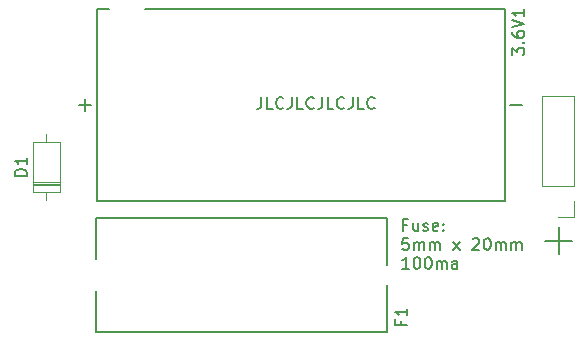
<source format=gbr>
%TF.GenerationSoftware,KiCad,Pcbnew,7.0.7*%
%TF.CreationDate,2023-11-25T00:13:17-06:00*%
%TF.ProjectId,Half AA Lithium Battery Board,48616c66-2041-4412-904c-69746869756d,rev?*%
%TF.SameCoordinates,Original*%
%TF.FileFunction,Legend,Top*%
%TF.FilePolarity,Positive*%
%FSLAX46Y46*%
G04 Gerber Fmt 4.6, Leading zero omitted, Abs format (unit mm)*
G04 Created by KiCad (PCBNEW 7.0.7) date 2023-11-25 00:13:17*
%MOMM*%
%LPD*%
G01*
G04 APERTURE LIST*
%ADD10C,0.200000*%
%ADD11C,0.150000*%
%ADD12C,0.120000*%
%ADD13C,0.152400*%
%ADD14C,0.127000*%
G04 APERTURE END LIST*
D10*
X190710863Y-96269600D02*
X192996578Y-96269600D01*
X191853720Y-97412457D02*
X191853720Y-95126742D01*
D11*
X166672493Y-84129819D02*
X166672493Y-84844104D01*
X166672493Y-84844104D02*
X166624874Y-84986961D01*
X166624874Y-84986961D02*
X166529636Y-85082200D01*
X166529636Y-85082200D02*
X166386779Y-85129819D01*
X166386779Y-85129819D02*
X166291541Y-85129819D01*
X167624874Y-85129819D02*
X167148684Y-85129819D01*
X167148684Y-85129819D02*
X167148684Y-84129819D01*
X168529636Y-85034580D02*
X168482017Y-85082200D01*
X168482017Y-85082200D02*
X168339160Y-85129819D01*
X168339160Y-85129819D02*
X168243922Y-85129819D01*
X168243922Y-85129819D02*
X168101065Y-85082200D01*
X168101065Y-85082200D02*
X168005827Y-84986961D01*
X168005827Y-84986961D02*
X167958208Y-84891723D01*
X167958208Y-84891723D02*
X167910589Y-84701247D01*
X167910589Y-84701247D02*
X167910589Y-84558390D01*
X167910589Y-84558390D02*
X167958208Y-84367914D01*
X167958208Y-84367914D02*
X168005827Y-84272676D01*
X168005827Y-84272676D02*
X168101065Y-84177438D01*
X168101065Y-84177438D02*
X168243922Y-84129819D01*
X168243922Y-84129819D02*
X168339160Y-84129819D01*
X168339160Y-84129819D02*
X168482017Y-84177438D01*
X168482017Y-84177438D02*
X168529636Y-84225057D01*
X169243922Y-84129819D02*
X169243922Y-84844104D01*
X169243922Y-84844104D02*
X169196303Y-84986961D01*
X169196303Y-84986961D02*
X169101065Y-85082200D01*
X169101065Y-85082200D02*
X168958208Y-85129819D01*
X168958208Y-85129819D02*
X168862970Y-85129819D01*
X170196303Y-85129819D02*
X169720113Y-85129819D01*
X169720113Y-85129819D02*
X169720113Y-84129819D01*
X171101065Y-85034580D02*
X171053446Y-85082200D01*
X171053446Y-85082200D02*
X170910589Y-85129819D01*
X170910589Y-85129819D02*
X170815351Y-85129819D01*
X170815351Y-85129819D02*
X170672494Y-85082200D01*
X170672494Y-85082200D02*
X170577256Y-84986961D01*
X170577256Y-84986961D02*
X170529637Y-84891723D01*
X170529637Y-84891723D02*
X170482018Y-84701247D01*
X170482018Y-84701247D02*
X170482018Y-84558390D01*
X170482018Y-84558390D02*
X170529637Y-84367914D01*
X170529637Y-84367914D02*
X170577256Y-84272676D01*
X170577256Y-84272676D02*
X170672494Y-84177438D01*
X170672494Y-84177438D02*
X170815351Y-84129819D01*
X170815351Y-84129819D02*
X170910589Y-84129819D01*
X170910589Y-84129819D02*
X171053446Y-84177438D01*
X171053446Y-84177438D02*
X171101065Y-84225057D01*
X171815351Y-84129819D02*
X171815351Y-84844104D01*
X171815351Y-84844104D02*
X171767732Y-84986961D01*
X171767732Y-84986961D02*
X171672494Y-85082200D01*
X171672494Y-85082200D02*
X171529637Y-85129819D01*
X171529637Y-85129819D02*
X171434399Y-85129819D01*
X172767732Y-85129819D02*
X172291542Y-85129819D01*
X172291542Y-85129819D02*
X172291542Y-84129819D01*
X173672494Y-85034580D02*
X173624875Y-85082200D01*
X173624875Y-85082200D02*
X173482018Y-85129819D01*
X173482018Y-85129819D02*
X173386780Y-85129819D01*
X173386780Y-85129819D02*
X173243923Y-85082200D01*
X173243923Y-85082200D02*
X173148685Y-84986961D01*
X173148685Y-84986961D02*
X173101066Y-84891723D01*
X173101066Y-84891723D02*
X173053447Y-84701247D01*
X173053447Y-84701247D02*
X173053447Y-84558390D01*
X173053447Y-84558390D02*
X173101066Y-84367914D01*
X173101066Y-84367914D02*
X173148685Y-84272676D01*
X173148685Y-84272676D02*
X173243923Y-84177438D01*
X173243923Y-84177438D02*
X173386780Y-84129819D01*
X173386780Y-84129819D02*
X173482018Y-84129819D01*
X173482018Y-84129819D02*
X173624875Y-84177438D01*
X173624875Y-84177438D02*
X173672494Y-84225057D01*
X174386780Y-84129819D02*
X174386780Y-84844104D01*
X174386780Y-84844104D02*
X174339161Y-84986961D01*
X174339161Y-84986961D02*
X174243923Y-85082200D01*
X174243923Y-85082200D02*
X174101066Y-85129819D01*
X174101066Y-85129819D02*
X174005828Y-85129819D01*
X175339161Y-85129819D02*
X174862971Y-85129819D01*
X174862971Y-85129819D02*
X174862971Y-84129819D01*
X176243923Y-85034580D02*
X176196304Y-85082200D01*
X176196304Y-85082200D02*
X176053447Y-85129819D01*
X176053447Y-85129819D02*
X175958209Y-85129819D01*
X175958209Y-85129819D02*
X175815352Y-85082200D01*
X175815352Y-85082200D02*
X175720114Y-84986961D01*
X175720114Y-84986961D02*
X175672495Y-84891723D01*
X175672495Y-84891723D02*
X175624876Y-84701247D01*
X175624876Y-84701247D02*
X175624876Y-84558390D01*
X175624876Y-84558390D02*
X175672495Y-84367914D01*
X175672495Y-84367914D02*
X175720114Y-84272676D01*
X175720114Y-84272676D02*
X175815352Y-84177438D01*
X175815352Y-84177438D02*
X175958209Y-84129819D01*
X175958209Y-84129819D02*
X176053447Y-84129819D01*
X176053447Y-84129819D02*
X176196304Y-84177438D01*
X176196304Y-84177438D02*
X176243923Y-84225057D01*
X178978112Y-94932009D02*
X178644779Y-94932009D01*
X178644779Y-95455819D02*
X178644779Y-94455819D01*
X178644779Y-94455819D02*
X179120969Y-94455819D01*
X179930493Y-94789152D02*
X179930493Y-95455819D01*
X179501922Y-94789152D02*
X179501922Y-95312961D01*
X179501922Y-95312961D02*
X179549541Y-95408200D01*
X179549541Y-95408200D02*
X179644779Y-95455819D01*
X179644779Y-95455819D02*
X179787636Y-95455819D01*
X179787636Y-95455819D02*
X179882874Y-95408200D01*
X179882874Y-95408200D02*
X179930493Y-95360580D01*
X180359065Y-95408200D02*
X180454303Y-95455819D01*
X180454303Y-95455819D02*
X180644779Y-95455819D01*
X180644779Y-95455819D02*
X180740017Y-95408200D01*
X180740017Y-95408200D02*
X180787636Y-95312961D01*
X180787636Y-95312961D02*
X180787636Y-95265342D01*
X180787636Y-95265342D02*
X180740017Y-95170104D01*
X180740017Y-95170104D02*
X180644779Y-95122485D01*
X180644779Y-95122485D02*
X180501922Y-95122485D01*
X180501922Y-95122485D02*
X180406684Y-95074866D01*
X180406684Y-95074866D02*
X180359065Y-94979628D01*
X180359065Y-94979628D02*
X180359065Y-94932009D01*
X180359065Y-94932009D02*
X180406684Y-94836771D01*
X180406684Y-94836771D02*
X180501922Y-94789152D01*
X180501922Y-94789152D02*
X180644779Y-94789152D01*
X180644779Y-94789152D02*
X180740017Y-94836771D01*
X181597160Y-95408200D02*
X181501922Y-95455819D01*
X181501922Y-95455819D02*
X181311446Y-95455819D01*
X181311446Y-95455819D02*
X181216208Y-95408200D01*
X181216208Y-95408200D02*
X181168589Y-95312961D01*
X181168589Y-95312961D02*
X181168589Y-94932009D01*
X181168589Y-94932009D02*
X181216208Y-94836771D01*
X181216208Y-94836771D02*
X181311446Y-94789152D01*
X181311446Y-94789152D02*
X181501922Y-94789152D01*
X181501922Y-94789152D02*
X181597160Y-94836771D01*
X181597160Y-94836771D02*
X181644779Y-94932009D01*
X181644779Y-94932009D02*
X181644779Y-95027247D01*
X181644779Y-95027247D02*
X181168589Y-95122485D01*
X182073351Y-95360580D02*
X182120970Y-95408200D01*
X182120970Y-95408200D02*
X182073351Y-95455819D01*
X182073351Y-95455819D02*
X182025732Y-95408200D01*
X182025732Y-95408200D02*
X182073351Y-95360580D01*
X182073351Y-95360580D02*
X182073351Y-95455819D01*
X182073351Y-94836771D02*
X182120970Y-94884390D01*
X182120970Y-94884390D02*
X182073351Y-94932009D01*
X182073351Y-94932009D02*
X182025732Y-94884390D01*
X182025732Y-94884390D02*
X182073351Y-94836771D01*
X182073351Y-94836771D02*
X182073351Y-94932009D01*
X179120969Y-96065819D02*
X178644779Y-96065819D01*
X178644779Y-96065819D02*
X178597160Y-96542009D01*
X178597160Y-96542009D02*
X178644779Y-96494390D01*
X178644779Y-96494390D02*
X178740017Y-96446771D01*
X178740017Y-96446771D02*
X178978112Y-96446771D01*
X178978112Y-96446771D02*
X179073350Y-96494390D01*
X179073350Y-96494390D02*
X179120969Y-96542009D01*
X179120969Y-96542009D02*
X179168588Y-96637247D01*
X179168588Y-96637247D02*
X179168588Y-96875342D01*
X179168588Y-96875342D02*
X179120969Y-96970580D01*
X179120969Y-96970580D02*
X179073350Y-97018200D01*
X179073350Y-97018200D02*
X178978112Y-97065819D01*
X178978112Y-97065819D02*
X178740017Y-97065819D01*
X178740017Y-97065819D02*
X178644779Y-97018200D01*
X178644779Y-97018200D02*
X178597160Y-96970580D01*
X179597160Y-97065819D02*
X179597160Y-96399152D01*
X179597160Y-96494390D02*
X179644779Y-96446771D01*
X179644779Y-96446771D02*
X179740017Y-96399152D01*
X179740017Y-96399152D02*
X179882874Y-96399152D01*
X179882874Y-96399152D02*
X179978112Y-96446771D01*
X179978112Y-96446771D02*
X180025731Y-96542009D01*
X180025731Y-96542009D02*
X180025731Y-97065819D01*
X180025731Y-96542009D02*
X180073350Y-96446771D01*
X180073350Y-96446771D02*
X180168588Y-96399152D01*
X180168588Y-96399152D02*
X180311445Y-96399152D01*
X180311445Y-96399152D02*
X180406684Y-96446771D01*
X180406684Y-96446771D02*
X180454303Y-96542009D01*
X180454303Y-96542009D02*
X180454303Y-97065819D01*
X180930493Y-97065819D02*
X180930493Y-96399152D01*
X180930493Y-96494390D02*
X180978112Y-96446771D01*
X180978112Y-96446771D02*
X181073350Y-96399152D01*
X181073350Y-96399152D02*
X181216207Y-96399152D01*
X181216207Y-96399152D02*
X181311445Y-96446771D01*
X181311445Y-96446771D02*
X181359064Y-96542009D01*
X181359064Y-96542009D02*
X181359064Y-97065819D01*
X181359064Y-96542009D02*
X181406683Y-96446771D01*
X181406683Y-96446771D02*
X181501921Y-96399152D01*
X181501921Y-96399152D02*
X181644778Y-96399152D01*
X181644778Y-96399152D02*
X181740017Y-96446771D01*
X181740017Y-96446771D02*
X181787636Y-96542009D01*
X181787636Y-96542009D02*
X181787636Y-97065819D01*
X182930493Y-97065819D02*
X183454302Y-96399152D01*
X182930493Y-96399152D02*
X183454302Y-97065819D01*
X184549541Y-96161057D02*
X184597160Y-96113438D01*
X184597160Y-96113438D02*
X184692398Y-96065819D01*
X184692398Y-96065819D02*
X184930493Y-96065819D01*
X184930493Y-96065819D02*
X185025731Y-96113438D01*
X185025731Y-96113438D02*
X185073350Y-96161057D01*
X185073350Y-96161057D02*
X185120969Y-96256295D01*
X185120969Y-96256295D02*
X185120969Y-96351533D01*
X185120969Y-96351533D02*
X185073350Y-96494390D01*
X185073350Y-96494390D02*
X184501922Y-97065819D01*
X184501922Y-97065819D02*
X185120969Y-97065819D01*
X185740017Y-96065819D02*
X185835255Y-96065819D01*
X185835255Y-96065819D02*
X185930493Y-96113438D01*
X185930493Y-96113438D02*
X185978112Y-96161057D01*
X185978112Y-96161057D02*
X186025731Y-96256295D01*
X186025731Y-96256295D02*
X186073350Y-96446771D01*
X186073350Y-96446771D02*
X186073350Y-96684866D01*
X186073350Y-96684866D02*
X186025731Y-96875342D01*
X186025731Y-96875342D02*
X185978112Y-96970580D01*
X185978112Y-96970580D02*
X185930493Y-97018200D01*
X185930493Y-97018200D02*
X185835255Y-97065819D01*
X185835255Y-97065819D02*
X185740017Y-97065819D01*
X185740017Y-97065819D02*
X185644779Y-97018200D01*
X185644779Y-97018200D02*
X185597160Y-96970580D01*
X185597160Y-96970580D02*
X185549541Y-96875342D01*
X185549541Y-96875342D02*
X185501922Y-96684866D01*
X185501922Y-96684866D02*
X185501922Y-96446771D01*
X185501922Y-96446771D02*
X185549541Y-96256295D01*
X185549541Y-96256295D02*
X185597160Y-96161057D01*
X185597160Y-96161057D02*
X185644779Y-96113438D01*
X185644779Y-96113438D02*
X185740017Y-96065819D01*
X186501922Y-97065819D02*
X186501922Y-96399152D01*
X186501922Y-96494390D02*
X186549541Y-96446771D01*
X186549541Y-96446771D02*
X186644779Y-96399152D01*
X186644779Y-96399152D02*
X186787636Y-96399152D01*
X186787636Y-96399152D02*
X186882874Y-96446771D01*
X186882874Y-96446771D02*
X186930493Y-96542009D01*
X186930493Y-96542009D02*
X186930493Y-97065819D01*
X186930493Y-96542009D02*
X186978112Y-96446771D01*
X186978112Y-96446771D02*
X187073350Y-96399152D01*
X187073350Y-96399152D02*
X187216207Y-96399152D01*
X187216207Y-96399152D02*
X187311446Y-96446771D01*
X187311446Y-96446771D02*
X187359065Y-96542009D01*
X187359065Y-96542009D02*
X187359065Y-97065819D01*
X187835255Y-97065819D02*
X187835255Y-96399152D01*
X187835255Y-96494390D02*
X187882874Y-96446771D01*
X187882874Y-96446771D02*
X187978112Y-96399152D01*
X187978112Y-96399152D02*
X188120969Y-96399152D01*
X188120969Y-96399152D02*
X188216207Y-96446771D01*
X188216207Y-96446771D02*
X188263826Y-96542009D01*
X188263826Y-96542009D02*
X188263826Y-97065819D01*
X188263826Y-96542009D02*
X188311445Y-96446771D01*
X188311445Y-96446771D02*
X188406683Y-96399152D01*
X188406683Y-96399152D02*
X188549540Y-96399152D01*
X188549540Y-96399152D02*
X188644779Y-96446771D01*
X188644779Y-96446771D02*
X188692398Y-96542009D01*
X188692398Y-96542009D02*
X188692398Y-97065819D01*
X179168588Y-98675819D02*
X178597160Y-98675819D01*
X178882874Y-98675819D02*
X178882874Y-97675819D01*
X178882874Y-97675819D02*
X178787636Y-97818676D01*
X178787636Y-97818676D02*
X178692398Y-97913914D01*
X178692398Y-97913914D02*
X178597160Y-97961533D01*
X179787636Y-97675819D02*
X179882874Y-97675819D01*
X179882874Y-97675819D02*
X179978112Y-97723438D01*
X179978112Y-97723438D02*
X180025731Y-97771057D01*
X180025731Y-97771057D02*
X180073350Y-97866295D01*
X180073350Y-97866295D02*
X180120969Y-98056771D01*
X180120969Y-98056771D02*
X180120969Y-98294866D01*
X180120969Y-98294866D02*
X180073350Y-98485342D01*
X180073350Y-98485342D02*
X180025731Y-98580580D01*
X180025731Y-98580580D02*
X179978112Y-98628200D01*
X179978112Y-98628200D02*
X179882874Y-98675819D01*
X179882874Y-98675819D02*
X179787636Y-98675819D01*
X179787636Y-98675819D02*
X179692398Y-98628200D01*
X179692398Y-98628200D02*
X179644779Y-98580580D01*
X179644779Y-98580580D02*
X179597160Y-98485342D01*
X179597160Y-98485342D02*
X179549541Y-98294866D01*
X179549541Y-98294866D02*
X179549541Y-98056771D01*
X179549541Y-98056771D02*
X179597160Y-97866295D01*
X179597160Y-97866295D02*
X179644779Y-97771057D01*
X179644779Y-97771057D02*
X179692398Y-97723438D01*
X179692398Y-97723438D02*
X179787636Y-97675819D01*
X180740017Y-97675819D02*
X180835255Y-97675819D01*
X180835255Y-97675819D02*
X180930493Y-97723438D01*
X180930493Y-97723438D02*
X180978112Y-97771057D01*
X180978112Y-97771057D02*
X181025731Y-97866295D01*
X181025731Y-97866295D02*
X181073350Y-98056771D01*
X181073350Y-98056771D02*
X181073350Y-98294866D01*
X181073350Y-98294866D02*
X181025731Y-98485342D01*
X181025731Y-98485342D02*
X180978112Y-98580580D01*
X180978112Y-98580580D02*
X180930493Y-98628200D01*
X180930493Y-98628200D02*
X180835255Y-98675819D01*
X180835255Y-98675819D02*
X180740017Y-98675819D01*
X180740017Y-98675819D02*
X180644779Y-98628200D01*
X180644779Y-98628200D02*
X180597160Y-98580580D01*
X180597160Y-98580580D02*
X180549541Y-98485342D01*
X180549541Y-98485342D02*
X180501922Y-98294866D01*
X180501922Y-98294866D02*
X180501922Y-98056771D01*
X180501922Y-98056771D02*
X180549541Y-97866295D01*
X180549541Y-97866295D02*
X180597160Y-97771057D01*
X180597160Y-97771057D02*
X180644779Y-97723438D01*
X180644779Y-97723438D02*
X180740017Y-97675819D01*
X181501922Y-98675819D02*
X181501922Y-98009152D01*
X181501922Y-98104390D02*
X181549541Y-98056771D01*
X181549541Y-98056771D02*
X181644779Y-98009152D01*
X181644779Y-98009152D02*
X181787636Y-98009152D01*
X181787636Y-98009152D02*
X181882874Y-98056771D01*
X181882874Y-98056771D02*
X181930493Y-98152009D01*
X181930493Y-98152009D02*
X181930493Y-98675819D01*
X181930493Y-98152009D02*
X181978112Y-98056771D01*
X181978112Y-98056771D02*
X182073350Y-98009152D01*
X182073350Y-98009152D02*
X182216207Y-98009152D01*
X182216207Y-98009152D02*
X182311446Y-98056771D01*
X182311446Y-98056771D02*
X182359065Y-98152009D01*
X182359065Y-98152009D02*
X182359065Y-98675819D01*
X183263826Y-98675819D02*
X183263826Y-98152009D01*
X183263826Y-98152009D02*
X183216207Y-98056771D01*
X183216207Y-98056771D02*
X183120969Y-98009152D01*
X183120969Y-98009152D02*
X182930493Y-98009152D01*
X182930493Y-98009152D02*
X182835255Y-98056771D01*
X183263826Y-98628200D02*
X183168588Y-98675819D01*
X183168588Y-98675819D02*
X182930493Y-98675819D01*
X182930493Y-98675819D02*
X182835255Y-98628200D01*
X182835255Y-98628200D02*
X182787636Y-98532961D01*
X182787636Y-98532961D02*
X182787636Y-98437723D01*
X182787636Y-98437723D02*
X182835255Y-98342485D01*
X182835255Y-98342485D02*
X182930493Y-98294866D01*
X182930493Y-98294866D02*
X183168588Y-98294866D01*
X183168588Y-98294866D02*
X183263826Y-98247247D01*
X146797819Y-90781094D02*
X145797819Y-90781094D01*
X145797819Y-90781094D02*
X145797819Y-90542999D01*
X145797819Y-90542999D02*
X145845438Y-90400142D01*
X145845438Y-90400142D02*
X145940676Y-90304904D01*
X145940676Y-90304904D02*
X146035914Y-90257285D01*
X146035914Y-90257285D02*
X146226390Y-90209666D01*
X146226390Y-90209666D02*
X146369247Y-90209666D01*
X146369247Y-90209666D02*
X146559723Y-90257285D01*
X146559723Y-90257285D02*
X146654961Y-90304904D01*
X146654961Y-90304904D02*
X146750200Y-90400142D01*
X146750200Y-90400142D02*
X146797819Y-90542999D01*
X146797819Y-90542999D02*
X146797819Y-90781094D01*
X146797819Y-89257285D02*
X146797819Y-89828713D01*
X146797819Y-89542999D02*
X145797819Y-89542999D01*
X145797819Y-89542999D02*
X145940676Y-89638237D01*
X145940676Y-89638237D02*
X146035914Y-89733475D01*
X146035914Y-89733475D02*
X146083533Y-89828713D01*
X178490009Y-103076333D02*
X178490009Y-103409666D01*
X179013819Y-103409666D02*
X178013819Y-103409666D01*
X178013819Y-103409666D02*
X178013819Y-102933476D01*
X179013819Y-102028714D02*
X179013819Y-102600142D01*
X179013819Y-102314428D02*
X178013819Y-102314428D01*
X178013819Y-102314428D02*
X178156676Y-102409666D01*
X178156676Y-102409666D02*
X178251914Y-102504904D01*
X178251914Y-102504904D02*
X178299533Y-102600142D01*
X187922819Y-80565380D02*
X187922819Y-79946333D01*
X187922819Y-79946333D02*
X188303771Y-80279666D01*
X188303771Y-80279666D02*
X188303771Y-80136809D01*
X188303771Y-80136809D02*
X188351390Y-80041571D01*
X188351390Y-80041571D02*
X188399009Y-79993952D01*
X188399009Y-79993952D02*
X188494247Y-79946333D01*
X188494247Y-79946333D02*
X188732342Y-79946333D01*
X188732342Y-79946333D02*
X188827580Y-79993952D01*
X188827580Y-79993952D02*
X188875200Y-80041571D01*
X188875200Y-80041571D02*
X188922819Y-80136809D01*
X188922819Y-80136809D02*
X188922819Y-80422523D01*
X188922819Y-80422523D02*
X188875200Y-80517761D01*
X188875200Y-80517761D02*
X188827580Y-80565380D01*
X188827580Y-79517761D02*
X188875200Y-79470142D01*
X188875200Y-79470142D02*
X188922819Y-79517761D01*
X188922819Y-79517761D02*
X188875200Y-79565380D01*
X188875200Y-79565380D02*
X188827580Y-79517761D01*
X188827580Y-79517761D02*
X188922819Y-79517761D01*
X187922819Y-78613000D02*
X187922819Y-78803476D01*
X187922819Y-78803476D02*
X187970438Y-78898714D01*
X187970438Y-78898714D02*
X188018057Y-78946333D01*
X188018057Y-78946333D02*
X188160914Y-79041571D01*
X188160914Y-79041571D02*
X188351390Y-79089190D01*
X188351390Y-79089190D02*
X188732342Y-79089190D01*
X188732342Y-79089190D02*
X188827580Y-79041571D01*
X188827580Y-79041571D02*
X188875200Y-78993952D01*
X188875200Y-78993952D02*
X188922819Y-78898714D01*
X188922819Y-78898714D02*
X188922819Y-78708238D01*
X188922819Y-78708238D02*
X188875200Y-78613000D01*
X188875200Y-78613000D02*
X188827580Y-78565381D01*
X188827580Y-78565381D02*
X188732342Y-78517762D01*
X188732342Y-78517762D02*
X188494247Y-78517762D01*
X188494247Y-78517762D02*
X188399009Y-78565381D01*
X188399009Y-78565381D02*
X188351390Y-78613000D01*
X188351390Y-78613000D02*
X188303771Y-78708238D01*
X188303771Y-78708238D02*
X188303771Y-78898714D01*
X188303771Y-78898714D02*
X188351390Y-78993952D01*
X188351390Y-78993952D02*
X188399009Y-79041571D01*
X188399009Y-79041571D02*
X188494247Y-79089190D01*
X187922819Y-78232047D02*
X188922819Y-77898714D01*
X188922819Y-77898714D02*
X187922819Y-77565381D01*
X188922819Y-76708238D02*
X188922819Y-77279666D01*
X188922819Y-76993952D02*
X187922819Y-76993952D01*
X187922819Y-76993952D02*
X188065676Y-77089190D01*
X188065676Y-77089190D02*
X188160914Y-77184428D01*
X188160914Y-77184428D02*
X188208533Y-77279666D01*
D12*
%TO.C,D1*%
X147343000Y-87923000D02*
X147343000Y-92163000D01*
X147343000Y-91443000D02*
X149583000Y-91443000D01*
X147343000Y-91563000D02*
X149583000Y-91563000D01*
X149583000Y-87923000D02*
X147343000Y-87923000D01*
X147343000Y-91323000D02*
X149583000Y-91323000D01*
X148463000Y-92813000D02*
X148463000Y-92163000D01*
X147343000Y-92163000D02*
X149583000Y-92163000D01*
X149583000Y-92163000D02*
X149583000Y-87923000D01*
X148463000Y-87273000D02*
X148463000Y-87923000D01*
%TO.C,J1*%
X193100000Y-94294000D02*
X191770000Y-94294000D01*
X193100000Y-92964000D02*
X193100000Y-94294000D01*
X193100000Y-91694000D02*
X193100000Y-84014000D01*
X193100000Y-91694000D02*
X190440000Y-91694000D01*
X193100000Y-84014000D02*
X190440000Y-84014000D01*
X190440000Y-91694000D02*
X190440000Y-84014000D01*
D13*
%TO.C,F1*%
X152641300Y-94361000D02*
X152641300Y-97852174D01*
X152641300Y-100521826D02*
X152641300Y-104013000D01*
X152641300Y-104013000D02*
X177304700Y-104013000D01*
X177304700Y-94361000D02*
X152641300Y-94361000D01*
X177304700Y-98338119D02*
X177304700Y-94361000D01*
X177304700Y-104013000D02*
X177304700Y-100035881D01*
D14*
%TO.C,3.6V1*%
X151248500Y-84782000D02*
X152248500Y-84782000D01*
X151748500Y-84282000D02*
X151748500Y-85282000D01*
X152728500Y-76652000D02*
X153748500Y-76652000D01*
X152728500Y-92912000D02*
X152728500Y-76652000D01*
X156778500Y-76652000D02*
X187268500Y-76652000D01*
X187268500Y-76652000D02*
X187268500Y-92912000D01*
X187268500Y-92912000D02*
X152728500Y-92912000D01*
X187748500Y-84782000D02*
X188748500Y-84782000D01*
%TD*%
M02*

</source>
